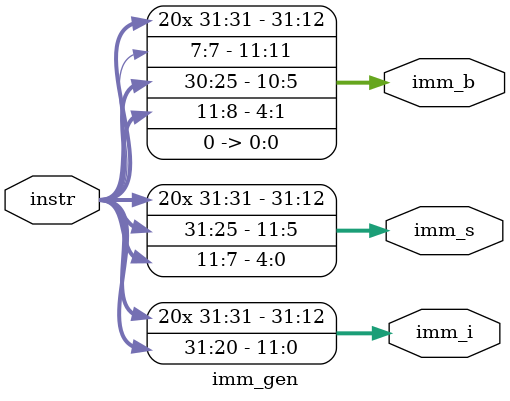
<source format=sv>
module imm_gen(
  input  logic [31:0] instr,
  output logic [31:0] imm_i,
  output logic [31:0] imm_s,
  output logic [31:0] imm_b
);
  assign imm_i = {{20{instr[31]}}, instr[31:20]};
  assign imm_s = {{20{instr[31]}}, instr[31:25], instr[11:7]};
  assign imm_b = {{19{instr[31]}}, instr[31], instr[7], 
                  instr[30:25], instr[11:8], 1'b0};
endmodule

</source>
